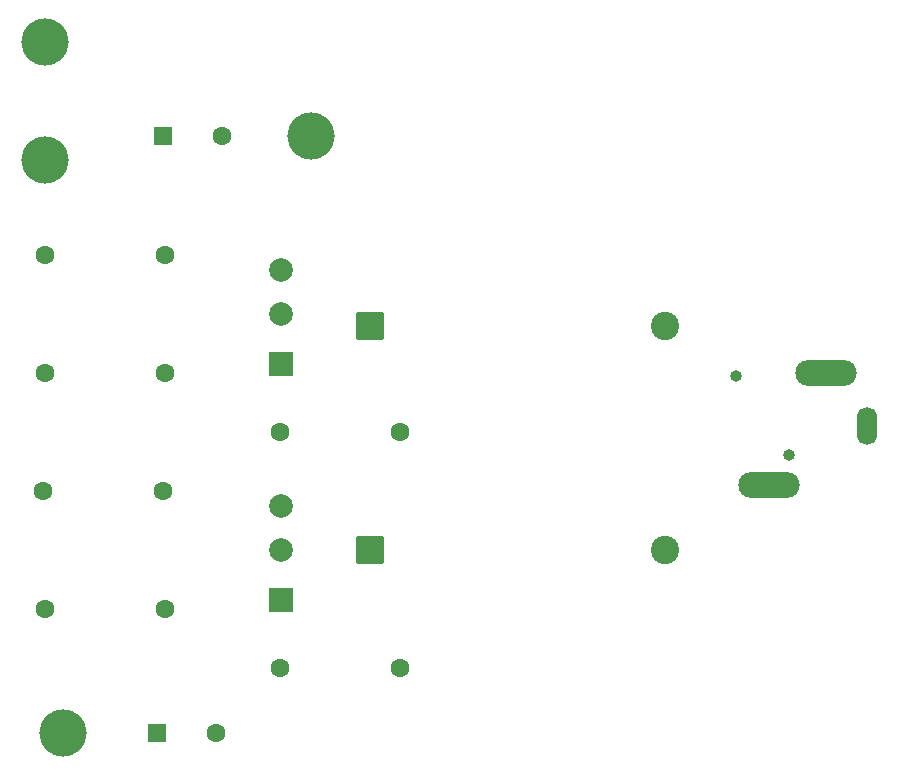
<source format=gbr>
%TF.GenerationSoftware,KiCad,Pcbnew,9.0.2*%
%TF.CreationDate,2025-06-19T00:07:16-03:00*%
%TF.ProjectId,emitterFollower,656d6974-7465-4724-966f-6c6c6f776572,rev?*%
%TF.SameCoordinates,Original*%
%TF.FileFunction,Soldermask,Top*%
%TF.FilePolarity,Negative*%
%FSLAX46Y46*%
G04 Gerber Fmt 4.6, Leading zero omitted, Abs format (unit mm)*
G04 Created by KiCad (PCBNEW 9.0.2) date 2025-06-19 00:07:16*
%MOMM*%
%LPD*%
G01*
G04 APERTURE LIST*
G04 Aperture macros list*
%AMRoundRect*
0 Rectangle with rounded corners*
0 $1 Rounding radius*
0 $2 $3 $4 $5 $6 $7 $8 $9 X,Y pos of 4 corners*
0 Add a 4 corners polygon primitive as box body*
4,1,4,$2,$3,$4,$5,$6,$7,$8,$9,$2,$3,0*
0 Add four circle primitives for the rounded corners*
1,1,$1+$1,$2,$3*
1,1,$1+$1,$4,$5*
1,1,$1+$1,$6,$7*
1,1,$1+$1,$8,$9*
0 Add four rect primitives between the rounded corners*
20,1,$1+$1,$2,$3,$4,$5,0*
20,1,$1+$1,$4,$5,$6,$7,0*
20,1,$1+$1,$6,$7,$8,$9,0*
20,1,$1+$1,$8,$9,$2,$3,0*%
G04 Aperture macros list end*
%ADD10O,1.712000X3.220000*%
%ADD11O,5.204000X2.204000*%
%ADD12O,1.000000X1.000000*%
%ADD13C,4.000000*%
%ADD14RoundRect,0.250000X-0.550000X-0.550000X0.550000X-0.550000X0.550000X0.550000X-0.550000X0.550000X0*%
%ADD15C,1.600000*%
%ADD16R,2.000000X2.000000*%
%ADD17C,2.000000*%
%ADD18RoundRect,0.250001X-0.949999X-0.949999X0.949999X-0.949999X0.949999X0.949999X-0.949999X0.949999X0*%
%ADD19C,2.400000*%
G04 APERTURE END LIST*
D10*
%TO.C,J1*%
X174600000Y-64500000D03*
D11*
X171100000Y-60000000D03*
X166300000Y-69500000D03*
D12*
X163500000Y-60300000D03*
X168000000Y-67000000D03*
%TD*%
D13*
%TO.C,TP4*%
X106500000Y-90500000D03*
%TD*%
D14*
%TO.C,C3*%
X114500000Y-90500000D03*
D15*
X119500000Y-90500000D03*
%TD*%
%TO.C,R7*%
X124920000Y-65000000D03*
X135080000Y-65000000D03*
%TD*%
D16*
%TO.C,Q1*%
X125000000Y-59270000D03*
D17*
X125000000Y-55000000D03*
X125000000Y-51270000D03*
%TD*%
%TO.C,Q2*%
X125000000Y-71270000D03*
D16*
X125000000Y-79270000D03*
D17*
X125000000Y-75000000D03*
%TD*%
D13*
%TO.C,TP3*%
X105000000Y-42000000D03*
%TD*%
%TO.C,TP2*%
X127500000Y-40000000D03*
%TD*%
%TO.C,TP1*%
X105000000Y-32000000D03*
%TD*%
D15*
%TO.C,R6*%
X124920000Y-85000000D03*
X135080000Y-85000000D03*
%TD*%
%TO.C,R5*%
X115160000Y-80000000D03*
X105000000Y-80000000D03*
%TD*%
%TO.C,R4*%
X104840000Y-70000000D03*
X115000000Y-70000000D03*
%TD*%
%TO.C,R2*%
X115160000Y-60000000D03*
X105000000Y-60000000D03*
%TD*%
%TO.C,R1*%
X105000000Y-50000000D03*
X115160000Y-50000000D03*
%TD*%
D18*
%TO.C,C4*%
X132500000Y-75017500D03*
D19*
X157500000Y-75017500D03*
%TD*%
D18*
%TO.C,C2*%
X132500000Y-56017500D03*
D19*
X157500000Y-56017500D03*
%TD*%
D14*
%TO.C,C1*%
X115000000Y-40000000D03*
D15*
X120000000Y-40000000D03*
%TD*%
M02*

</source>
